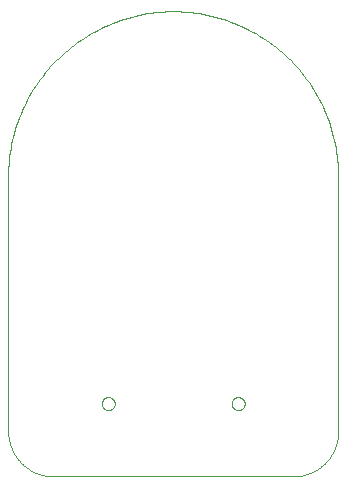
<source format=gbp>
G75*
%MOIN*%
%OFA0B0*%
%FSLAX25Y25*%
%IPPOS*%
%LPD*%
%AMOC8*
5,1,8,0,0,1.08239X$1,22.5*
%
%ADD10C,0.00000*%
D10*
X0001500Y0016500D02*
X0001500Y0101500D01*
X0032681Y0025732D02*
X0032683Y0025825D01*
X0032689Y0025917D01*
X0032699Y0026009D01*
X0032713Y0026100D01*
X0032730Y0026191D01*
X0032752Y0026281D01*
X0032777Y0026370D01*
X0032806Y0026458D01*
X0032839Y0026544D01*
X0032876Y0026629D01*
X0032916Y0026713D01*
X0032960Y0026794D01*
X0033007Y0026874D01*
X0033057Y0026952D01*
X0033111Y0027027D01*
X0033168Y0027100D01*
X0033228Y0027170D01*
X0033291Y0027238D01*
X0033357Y0027303D01*
X0033425Y0027365D01*
X0033496Y0027425D01*
X0033570Y0027481D01*
X0033646Y0027534D01*
X0033724Y0027583D01*
X0033804Y0027630D01*
X0033886Y0027672D01*
X0033970Y0027712D01*
X0034055Y0027747D01*
X0034142Y0027779D01*
X0034230Y0027808D01*
X0034319Y0027832D01*
X0034409Y0027853D01*
X0034500Y0027869D01*
X0034592Y0027882D01*
X0034684Y0027891D01*
X0034777Y0027896D01*
X0034869Y0027897D01*
X0034962Y0027894D01*
X0035054Y0027887D01*
X0035146Y0027876D01*
X0035237Y0027861D01*
X0035328Y0027843D01*
X0035418Y0027820D01*
X0035506Y0027794D01*
X0035594Y0027764D01*
X0035680Y0027730D01*
X0035764Y0027693D01*
X0035847Y0027651D01*
X0035928Y0027607D01*
X0036008Y0027559D01*
X0036085Y0027508D01*
X0036159Y0027453D01*
X0036232Y0027395D01*
X0036302Y0027335D01*
X0036369Y0027271D01*
X0036433Y0027205D01*
X0036495Y0027135D01*
X0036553Y0027064D01*
X0036608Y0026990D01*
X0036660Y0026913D01*
X0036709Y0026834D01*
X0036755Y0026754D01*
X0036797Y0026671D01*
X0036835Y0026587D01*
X0036870Y0026501D01*
X0036901Y0026414D01*
X0036928Y0026326D01*
X0036951Y0026236D01*
X0036971Y0026146D01*
X0036987Y0026055D01*
X0036999Y0025963D01*
X0037007Y0025871D01*
X0037011Y0025778D01*
X0037011Y0025686D01*
X0037007Y0025593D01*
X0036999Y0025501D01*
X0036987Y0025409D01*
X0036971Y0025318D01*
X0036951Y0025228D01*
X0036928Y0025138D01*
X0036901Y0025050D01*
X0036870Y0024963D01*
X0036835Y0024877D01*
X0036797Y0024793D01*
X0036755Y0024710D01*
X0036709Y0024630D01*
X0036660Y0024551D01*
X0036608Y0024474D01*
X0036553Y0024400D01*
X0036495Y0024329D01*
X0036433Y0024259D01*
X0036369Y0024193D01*
X0036302Y0024129D01*
X0036232Y0024069D01*
X0036159Y0024011D01*
X0036085Y0023956D01*
X0036008Y0023905D01*
X0035929Y0023857D01*
X0035847Y0023813D01*
X0035764Y0023771D01*
X0035680Y0023734D01*
X0035594Y0023700D01*
X0035506Y0023670D01*
X0035418Y0023644D01*
X0035328Y0023621D01*
X0035237Y0023603D01*
X0035146Y0023588D01*
X0035054Y0023577D01*
X0034962Y0023570D01*
X0034869Y0023567D01*
X0034777Y0023568D01*
X0034684Y0023573D01*
X0034592Y0023582D01*
X0034500Y0023595D01*
X0034409Y0023611D01*
X0034319Y0023632D01*
X0034230Y0023656D01*
X0034142Y0023685D01*
X0034055Y0023717D01*
X0033970Y0023752D01*
X0033886Y0023792D01*
X0033804Y0023834D01*
X0033724Y0023881D01*
X0033646Y0023930D01*
X0033570Y0023983D01*
X0033496Y0024039D01*
X0033425Y0024099D01*
X0033357Y0024161D01*
X0033291Y0024226D01*
X0033228Y0024294D01*
X0033168Y0024364D01*
X0033111Y0024437D01*
X0033057Y0024512D01*
X0033007Y0024590D01*
X0032960Y0024670D01*
X0032916Y0024751D01*
X0032876Y0024835D01*
X0032839Y0024920D01*
X0032806Y0025006D01*
X0032777Y0025094D01*
X0032752Y0025183D01*
X0032730Y0025273D01*
X0032713Y0025364D01*
X0032699Y0025455D01*
X0032689Y0025547D01*
X0032683Y0025639D01*
X0032681Y0025732D01*
X0016500Y0001500D02*
X0016138Y0001504D01*
X0015775Y0001518D01*
X0015413Y0001539D01*
X0015052Y0001570D01*
X0014692Y0001609D01*
X0014333Y0001657D01*
X0013975Y0001714D01*
X0013618Y0001779D01*
X0013263Y0001853D01*
X0012910Y0001936D01*
X0012559Y0002027D01*
X0012211Y0002126D01*
X0011865Y0002234D01*
X0011521Y0002350D01*
X0011181Y0002475D01*
X0010844Y0002607D01*
X0010510Y0002748D01*
X0010179Y0002897D01*
X0009852Y0003054D01*
X0009529Y0003218D01*
X0009210Y0003390D01*
X0008896Y0003570D01*
X0008585Y0003758D01*
X0008280Y0003953D01*
X0007979Y0004155D01*
X0007683Y0004365D01*
X0007393Y0004581D01*
X0007107Y0004805D01*
X0006827Y0005035D01*
X0006553Y0005272D01*
X0006285Y0005516D01*
X0006022Y0005766D01*
X0005766Y0006022D01*
X0005516Y0006285D01*
X0005272Y0006553D01*
X0005035Y0006827D01*
X0004805Y0007107D01*
X0004581Y0007393D01*
X0004365Y0007683D01*
X0004155Y0007979D01*
X0003953Y0008280D01*
X0003758Y0008585D01*
X0003570Y0008896D01*
X0003390Y0009210D01*
X0003218Y0009529D01*
X0003054Y0009852D01*
X0002897Y0010179D01*
X0002748Y0010510D01*
X0002607Y0010844D01*
X0002475Y0011181D01*
X0002350Y0011521D01*
X0002234Y0011865D01*
X0002126Y0012211D01*
X0002027Y0012559D01*
X0001936Y0012910D01*
X0001853Y0013263D01*
X0001779Y0013618D01*
X0001714Y0013975D01*
X0001657Y0014333D01*
X0001609Y0014692D01*
X0001570Y0015052D01*
X0001539Y0015413D01*
X0001518Y0015775D01*
X0001504Y0016138D01*
X0001500Y0016500D01*
X0016500Y0001500D02*
X0096500Y0001500D01*
X0096862Y0001504D01*
X0097225Y0001518D01*
X0097587Y0001539D01*
X0097948Y0001570D01*
X0098308Y0001609D01*
X0098667Y0001657D01*
X0099025Y0001714D01*
X0099382Y0001779D01*
X0099737Y0001853D01*
X0100090Y0001936D01*
X0100441Y0002027D01*
X0100789Y0002126D01*
X0101135Y0002234D01*
X0101479Y0002350D01*
X0101819Y0002475D01*
X0102156Y0002607D01*
X0102490Y0002748D01*
X0102821Y0002897D01*
X0103148Y0003054D01*
X0103471Y0003218D01*
X0103790Y0003390D01*
X0104104Y0003570D01*
X0104415Y0003758D01*
X0104720Y0003953D01*
X0105021Y0004155D01*
X0105317Y0004365D01*
X0105607Y0004581D01*
X0105893Y0004805D01*
X0106173Y0005035D01*
X0106447Y0005272D01*
X0106715Y0005516D01*
X0106978Y0005766D01*
X0107234Y0006022D01*
X0107484Y0006285D01*
X0107728Y0006553D01*
X0107965Y0006827D01*
X0108195Y0007107D01*
X0108419Y0007393D01*
X0108635Y0007683D01*
X0108845Y0007979D01*
X0109047Y0008280D01*
X0109242Y0008585D01*
X0109430Y0008896D01*
X0109610Y0009210D01*
X0109782Y0009529D01*
X0109946Y0009852D01*
X0110103Y0010179D01*
X0110252Y0010510D01*
X0110393Y0010844D01*
X0110525Y0011181D01*
X0110650Y0011521D01*
X0110766Y0011865D01*
X0110874Y0012211D01*
X0110973Y0012559D01*
X0111064Y0012910D01*
X0111147Y0013263D01*
X0111221Y0013618D01*
X0111286Y0013975D01*
X0111343Y0014333D01*
X0111391Y0014692D01*
X0111430Y0015052D01*
X0111461Y0015413D01*
X0111482Y0015775D01*
X0111496Y0016138D01*
X0111500Y0016500D01*
X0111500Y0101500D01*
X0075989Y0025732D02*
X0075991Y0025825D01*
X0075997Y0025917D01*
X0076007Y0026009D01*
X0076021Y0026100D01*
X0076038Y0026191D01*
X0076060Y0026281D01*
X0076085Y0026370D01*
X0076114Y0026458D01*
X0076147Y0026544D01*
X0076184Y0026629D01*
X0076224Y0026713D01*
X0076268Y0026794D01*
X0076315Y0026874D01*
X0076365Y0026952D01*
X0076419Y0027027D01*
X0076476Y0027100D01*
X0076536Y0027170D01*
X0076599Y0027238D01*
X0076665Y0027303D01*
X0076733Y0027365D01*
X0076804Y0027425D01*
X0076878Y0027481D01*
X0076954Y0027534D01*
X0077032Y0027583D01*
X0077112Y0027630D01*
X0077194Y0027672D01*
X0077278Y0027712D01*
X0077363Y0027747D01*
X0077450Y0027779D01*
X0077538Y0027808D01*
X0077627Y0027832D01*
X0077717Y0027853D01*
X0077808Y0027869D01*
X0077900Y0027882D01*
X0077992Y0027891D01*
X0078085Y0027896D01*
X0078177Y0027897D01*
X0078270Y0027894D01*
X0078362Y0027887D01*
X0078454Y0027876D01*
X0078545Y0027861D01*
X0078636Y0027843D01*
X0078726Y0027820D01*
X0078814Y0027794D01*
X0078902Y0027764D01*
X0078988Y0027730D01*
X0079072Y0027693D01*
X0079155Y0027651D01*
X0079236Y0027607D01*
X0079316Y0027559D01*
X0079393Y0027508D01*
X0079467Y0027453D01*
X0079540Y0027395D01*
X0079610Y0027335D01*
X0079677Y0027271D01*
X0079741Y0027205D01*
X0079803Y0027135D01*
X0079861Y0027064D01*
X0079916Y0026990D01*
X0079968Y0026913D01*
X0080017Y0026834D01*
X0080063Y0026754D01*
X0080105Y0026671D01*
X0080143Y0026587D01*
X0080178Y0026501D01*
X0080209Y0026414D01*
X0080236Y0026326D01*
X0080259Y0026236D01*
X0080279Y0026146D01*
X0080295Y0026055D01*
X0080307Y0025963D01*
X0080315Y0025871D01*
X0080319Y0025778D01*
X0080319Y0025686D01*
X0080315Y0025593D01*
X0080307Y0025501D01*
X0080295Y0025409D01*
X0080279Y0025318D01*
X0080259Y0025228D01*
X0080236Y0025138D01*
X0080209Y0025050D01*
X0080178Y0024963D01*
X0080143Y0024877D01*
X0080105Y0024793D01*
X0080063Y0024710D01*
X0080017Y0024630D01*
X0079968Y0024551D01*
X0079916Y0024474D01*
X0079861Y0024400D01*
X0079803Y0024329D01*
X0079741Y0024259D01*
X0079677Y0024193D01*
X0079610Y0024129D01*
X0079540Y0024069D01*
X0079467Y0024011D01*
X0079393Y0023956D01*
X0079316Y0023905D01*
X0079237Y0023857D01*
X0079155Y0023813D01*
X0079072Y0023771D01*
X0078988Y0023734D01*
X0078902Y0023700D01*
X0078814Y0023670D01*
X0078726Y0023644D01*
X0078636Y0023621D01*
X0078545Y0023603D01*
X0078454Y0023588D01*
X0078362Y0023577D01*
X0078270Y0023570D01*
X0078177Y0023567D01*
X0078085Y0023568D01*
X0077992Y0023573D01*
X0077900Y0023582D01*
X0077808Y0023595D01*
X0077717Y0023611D01*
X0077627Y0023632D01*
X0077538Y0023656D01*
X0077450Y0023685D01*
X0077363Y0023717D01*
X0077278Y0023752D01*
X0077194Y0023792D01*
X0077112Y0023834D01*
X0077032Y0023881D01*
X0076954Y0023930D01*
X0076878Y0023983D01*
X0076804Y0024039D01*
X0076733Y0024099D01*
X0076665Y0024161D01*
X0076599Y0024226D01*
X0076536Y0024294D01*
X0076476Y0024364D01*
X0076419Y0024437D01*
X0076365Y0024512D01*
X0076315Y0024590D01*
X0076268Y0024670D01*
X0076224Y0024751D01*
X0076184Y0024835D01*
X0076147Y0024920D01*
X0076114Y0025006D01*
X0076085Y0025094D01*
X0076060Y0025183D01*
X0076038Y0025273D01*
X0076021Y0025364D01*
X0076007Y0025455D01*
X0075997Y0025547D01*
X0075991Y0025639D01*
X0075989Y0025732D01*
X0111500Y0101500D02*
X0111484Y0102839D01*
X0111435Y0104178D01*
X0111353Y0105515D01*
X0111239Y0106849D01*
X0111093Y0108181D01*
X0110914Y0109508D01*
X0110703Y0110831D01*
X0110459Y0112148D01*
X0110184Y0113459D01*
X0109877Y0114762D01*
X0109538Y0116058D01*
X0109168Y0117345D01*
X0108767Y0118623D01*
X0108334Y0119891D01*
X0107871Y0121148D01*
X0107377Y0122393D01*
X0106853Y0123626D01*
X0106300Y0124845D01*
X0105716Y0126051D01*
X0105104Y0127242D01*
X0104463Y0128418D01*
X0103793Y0129578D01*
X0103095Y0130721D01*
X0102370Y0131847D01*
X0101617Y0132955D01*
X0100838Y0134045D01*
X0100032Y0135115D01*
X0099201Y0136165D01*
X0098344Y0137194D01*
X0097462Y0138203D01*
X0096557Y0139189D01*
X0095627Y0140153D01*
X0094674Y0141095D01*
X0093699Y0142013D01*
X0092701Y0142906D01*
X0091682Y0143776D01*
X0090642Y0144620D01*
X0089582Y0145438D01*
X0088502Y0146231D01*
X0087404Y0146997D01*
X0086286Y0147736D01*
X0085152Y0148448D01*
X0084000Y0149131D01*
X0082832Y0149787D01*
X0081648Y0150414D01*
X0080450Y0151012D01*
X0079237Y0151580D01*
X0078011Y0152119D01*
X0076772Y0152628D01*
X0075521Y0153106D01*
X0074258Y0153554D01*
X0072986Y0153971D01*
X0071703Y0154357D01*
X0070411Y0154712D01*
X0069111Y0155035D01*
X0067804Y0155326D01*
X0066490Y0155585D01*
X0065170Y0155812D01*
X0063845Y0156007D01*
X0062515Y0156170D01*
X0061182Y0156300D01*
X0059847Y0156398D01*
X0058509Y0156463D01*
X0057170Y0156496D01*
X0055830Y0156496D01*
X0054491Y0156463D01*
X0053153Y0156398D01*
X0051818Y0156300D01*
X0050485Y0156170D01*
X0049155Y0156007D01*
X0047830Y0155812D01*
X0046510Y0155585D01*
X0045196Y0155326D01*
X0043889Y0155035D01*
X0042589Y0154712D01*
X0041297Y0154357D01*
X0040014Y0153971D01*
X0038742Y0153554D01*
X0037479Y0153106D01*
X0036228Y0152628D01*
X0034989Y0152119D01*
X0033763Y0151580D01*
X0032550Y0151012D01*
X0031352Y0150414D01*
X0030168Y0149787D01*
X0029000Y0149131D01*
X0027848Y0148448D01*
X0026714Y0147736D01*
X0025596Y0146997D01*
X0024498Y0146231D01*
X0023418Y0145438D01*
X0022358Y0144620D01*
X0021318Y0143776D01*
X0020299Y0142906D01*
X0019301Y0142013D01*
X0018326Y0141095D01*
X0017373Y0140153D01*
X0016443Y0139189D01*
X0015538Y0138203D01*
X0014656Y0137194D01*
X0013799Y0136165D01*
X0012968Y0135115D01*
X0012162Y0134045D01*
X0011383Y0132955D01*
X0010630Y0131847D01*
X0009905Y0130721D01*
X0009207Y0129578D01*
X0008537Y0128418D01*
X0007896Y0127242D01*
X0007284Y0126051D01*
X0006700Y0124845D01*
X0006147Y0123626D01*
X0005623Y0122393D01*
X0005129Y0121148D01*
X0004666Y0119891D01*
X0004233Y0118623D01*
X0003832Y0117345D01*
X0003462Y0116058D01*
X0003123Y0114762D01*
X0002816Y0113459D01*
X0002541Y0112148D01*
X0002297Y0110831D01*
X0002086Y0109508D01*
X0001907Y0108181D01*
X0001761Y0106849D01*
X0001647Y0105515D01*
X0001565Y0104178D01*
X0001516Y0102839D01*
X0001500Y0101500D01*
M02*

</source>
